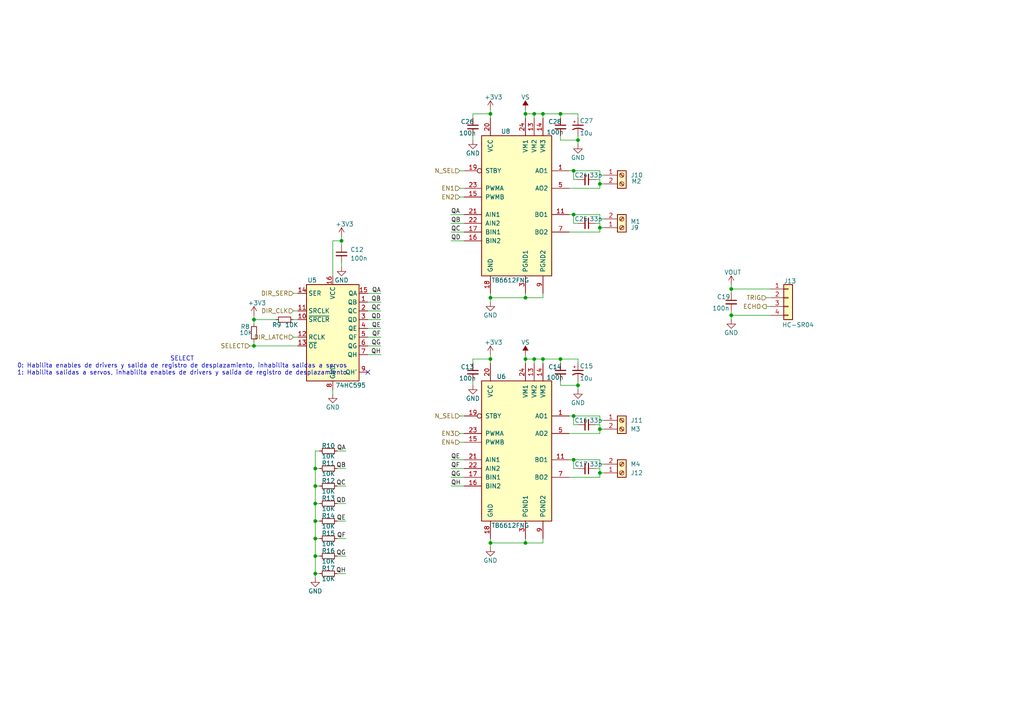
<source format=kicad_sch>
(kicad_sch (version 20231120) (generator "eeschema") (generator_version "8.0")
  (paper "A4")
  (title_block (title "Archi Bot") (date "2024-06-24") (rev "1.0"))
  (lib_symbols
    (symbol "74xx:74HC595"
      (property "Reference" "U" (at -7.62 13.97 0))
      (property "Value" "74HC595" (at -7.62 -16.51 0))
      (symbol "74HC595_1_0"
        (pin tri_state line (at 10.16 7.62 180) (length 2.54) (name "QB") (number "1"))
        (pin input line (at -10.16 2.54 0) (length 2.54) (name "~{SRCLR}") (number "10"))
        (pin input line (at -10.16 5.08 0) (length 2.54) (name "SRCLK") (number "11"))
        (pin input line (at -10.16 -2.54 0) (length 2.54) (name "RCLK") (number "12"))
        (pin input line (at -10.16 -5.08 0) (length 2.54) (name "~{OE}") (number "13"))
        (pin input line (at -10.16 10.16 0) (length 2.54) (name "SER") (number "14"))
        (pin tri_state line (at 10.16 10.16 180) (length 2.54) (name "QA") (number "15"))
        (pin power_in line (at 0 15.24 270) (length 2.54) (name "VCC") (number "16"))
        (pin tri_state line (at 10.16 5.08 180) (length 2.54) (name "QC") (number "2"))
        (pin tri_state line (at 10.16 2.54 180) (length 2.54) (name "QD") (number "3"))
        (pin tri_state line (at 10.16 0 180) (length 2.54) (name "QE") (number "4"))
        (pin tri_state line (at 10.16 -2.54 180) (length 2.54) (name "QF") (number "5"))
        (pin tri_state line (at 10.16 -5.08 180) (length 2.54) (name "QG") (number "6"))
        (pin tri_state line (at 10.16 -7.62 180) (length 2.54) (name "QH") (number "7"))
        (pin power_in line (at 0 -17.78 90) (length 2.54) (name "GND") (number "8"))
        (pin output line (at 10.16 -12.7 180) (length 2.54) (name "QH'") (number "9"))
      )
      (symbol "74HC595_1_1"
        (rectangle (start -7.62 12.7) (end 7.62 -15.24) (stroke (width 0.254)) (fill (type background)))
      )
    )
    (symbol "Connector:Screw_Terminal_01x02" (pin_names (offset 1.016) hide)
      (property "Reference" "J" (at 0 2.54 0))
      (property "Value" "Screw_Terminal_01x02" (at 0 -5.08 0))
      (symbol "Screw_Terminal_01x02_1_1"
        (rectangle (start -1.27 1.27) (end 1.27 -3.81) (stroke (width 0.254)) (fill (type background)))
        (circle (center 0 -2.54) (radius 0.635) (stroke (width 0.1524)))
        (polyline (pts (xy -0.5334 -2.2098) (xy 0.3302 -3.048)) (stroke (width 0.1524)))
        (polyline (pts (xy -0.5334 0.3302) (xy 0.3302 -0.508)) (stroke (width 0.1524)))
        (polyline (pts (xy -0.3556 -2.032) (xy 0.508 -2.8702)) (stroke (width 0.1524)))
        (polyline (pts (xy -0.3556 0.508) (xy 0.508 -0.3302)) (stroke (width 0.1524)))
        (circle (center 0 0) (radius 0.635) (stroke (width 0.1524)))
        (pin passive line (at -5.08 0 0) (length 3.81) (name "Pin_1") (number "1"))
        (pin passive line (at -5.08 -2.54 0) (length 3.81) (name "Pin_2") (number "2"))
      )
    )
    (symbol "Connector_Generic:Conn_01x04" (pin_names (offset 1.016) hide)
      (property "Reference" "J" (at 0 5.08 0))
      (property "Value" "Conn_01x04" (at 0 -7.62 0))
      (symbol "Conn_01x04_1_1"
        (rectangle (start -1.27 -4.953) (end 0 -5.207) (stroke (width 0.1524)))
        (rectangle (start -1.27 -2.413) (end 0 -2.667) (stroke (width 0.1524)))
        (rectangle (start -1.27 0.127) (end 0 -0.127) (stroke (width 0.1524)))
        (rectangle (start -1.27 2.667) (end 0 2.413) (stroke (width 0.1524)))
        (rectangle (start -1.27 3.81) (end 1.27 -6.35) (stroke (width 0.254)) (fill (type background)))
        (pin passive line (at -5.08 2.54 0) (length 3.81) (name "Pin_1") (number "1"))
        (pin passive line (at -5.08 0 0) (length 3.81) (name "Pin_2") (number "2"))
        (pin passive line (at -5.08 -2.54 0) (length 3.81) (name "Pin_3") (number "3"))
        (pin passive line (at -5.08 -5.08 0) (length 3.81) (name "Pin_4") (number "4"))
      )
    )
    (symbol "Device:C_Polarized_Small_US" (pin_numbers hide) (pin_names (offset 0.254) hide)
      (property "Reference" "C" (at 0.254 1.778 0))
      (property "Value" "C_Polarized_Small_US" (at 0.254 -2.032 0))
      (symbol "C_Polarized_Small_US_0_1"
        (polyline (pts (xy -1.524 0.508) (xy 1.524 0.508)) (stroke (width 0.3048)))
        (polyline (pts (xy -1.27 1.524) (xy -0.762 1.524)))
        (polyline (pts (xy -1.016 1.27) (xy -1.016 1.778)))
        (arc (start 1.524 -0.762) (mid 0 -0.3734) (end -1.524 -0.762) (stroke (width 0.3048)))
      )
      (symbol "C_Polarized_Small_US_1_1"
        (pin passive line (at 0 2.54 270) (length 2.032) (name "~") (number "1"))
        (pin passive line (at 0 -2.54 90) (length 2.032) (name "~") (number "2"))
      )
    )
    (symbol "Device:C_Small" (pin_numbers hide) (pin_names (offset 0.254) hide)
      (property "Reference" "C" (at 0.254 1.778 0))
      (property "Value" "C_Small" (at 0.254 -2.032 0))
      (symbol "C_Small_0_1"
        (polyline (pts (xy -1.524 -0.508) (xy 1.524 -0.508)) (stroke (width 0.3302)))
        (polyline (pts (xy -1.524 0.508) (xy 1.524 0.508)) (stroke (width 0.3048)))
      )
      (symbol "C_Small_1_1"
        (pin passive line (at 0 2.54 270) (length 2.032) (name "~") (number "1"))
        (pin passive line (at 0 -2.54 90) (length 2.032) (name "~") (number "2"))
      )
    )
    (symbol "Device:R_Small" (pin_numbers hide) (pin_names (offset 0.254) hide)
      (property "Reference" "R" (at 0.762 0.508 0))
      (property "Value" "R_Small" (at 0.762 -1.016 0))
      (symbol "R_Small_0_1"
        (rectangle (start -0.762 1.778) (end 0.762 -1.778) (stroke (width 0.2032)))
      )
      (symbol "R_Small_1_1"
        (pin passive line (at 0 2.54 270) (length 0.762) (name "~") (number "1"))
        (pin passive line (at 0 -2.54 90) (length 0.762) (name "~") (number "2"))
      )
    )
    (symbol "Driver_Motor:TB6612FNG" (pin_names (offset 1.016))
      (property "Reference" "U" (at 11.43 17.78 0))
      (property "Value" "TB6612FNG" (at 11.43 15.24 0))
      (symbol "TB6612FNG_0_1"
        (rectangle (start -10.16 20.32) (end 10.16 -20.32) (stroke (width 0.254)) (fill (type background)))
      )
      (symbol "TB6612FNG_1_1"
        (pin output line (at 15.24 10.16 180) (length 5.08) (name "AO1") (number "1"))
        (pin passive line (at 7.62 -25.4 90) (length 5.08) hide (name "PGND2") (number "10"))
        (pin output line (at 15.24 -2.54 180) (length 5.08) (name "BO1") (number "11"))
        (pin passive line (at 15.24 -2.54 180) (length 5.08) hide (name "BO1") (number "12"))
        (pin power_in line (at 5.08 25.4 270) (length 5.08) (name "VM2") (number "13"))
        (pin power_in line (at 7.62 25.4 270) (length 5.08) (name "VM3") (number "14"))
        (pin input line (at -15.24 2.54 0) (length 5.08) (name "PWMB") (number "15"))
        (pin input line (at -15.24 -10.16 0) (length 5.08) (name "BIN2") (number "16"))
        (pin input line (at -15.24 -7.62 0) (length 5.08) (name "BIN1") (number "17"))
        (pin power_in line (at -7.62 -25.4 90) (length 5.08) (name "GND") (number "18"))
        (pin input inverted (at -15.24 10.16 0) (length 5.08) (name "STBY") (number "19"))
        (pin passive line (at 15.24 10.16 180) (length 5.08) hide (name "AO1") (number "2"))
        (pin power_in line (at -7.62 25.4 270) (length 5.08) (name "VCC") (number "20"))
        (pin input line (at -15.24 -2.54 0) (length 5.08) (name "AIN1") (number "21"))
        (pin input line (at -15.24 -5.08 0) (length 5.08) (name "AIN2") (number "22"))
        (pin input line (at -15.24 5.08 0) (length 5.08) (name "PWMA") (number "23"))
        (pin power_in line (at 2.54 25.4 270) (length 5.08) (name "VM1") (number "24"))
        (pin power_in line (at 2.54 -25.4 90) (length 5.08) (name "PGND1") (number "3"))
        (pin passive line (at 2.54 -25.4 90) (length 5.08) hide (name "PGND1") (number "4"))
        (pin output line (at 15.24 5.08 180) (length 5.08) (name "AO2") (number "5"))
        (pin passive line (at 15.24 5.08 180) (length 5.08) hide (name "AO2") (number "6"))
        (pin output line (at 15.24 -7.62 180) (length 5.08) (name "BO2") (number "7"))
        (pin passive line (at 15.24 -7.62 180) (length 5.08) hide (name "BO2") (number "8"))
        (pin power_in line (at 7.62 -25.4 90) (length 5.08) (name "PGND2") (number "9"))
      )
    )
    (symbol "power:+3V3" (power) (pin_names (offset 0))
      (property "Value" "+3V3" (at 0 3.556 0))
      (symbol "+3V3_0_1"
        (polyline (pts (xy -0.762 1.27) (xy 0 2.54)))
        (polyline (pts (xy 0 0) (xy 0 2.54)))
        (polyline (pts (xy 0 2.54) (xy 0.762 1.27)))
      )
      (symbol "+3V3_1_1"
        (pin power_in line (at 0 0 90) (length 0) hide (name "+3V3") (number "1"))
      )
    )
    (symbol "power:GND" (power) (pin_names (offset 0))
      (property "Value" "GND" (at 0 -3.81 0))
      (symbol "GND_0_1"
        (polyline (pts (xy 0 0) (xy 0 -1.27) (xy 1.27 -1.27) (xy 0 -2.54) (xy -1.27 -1.27) (xy 0 -1.27)))
      )
      (symbol "GND_1_1"
        (pin power_in line (at 0 0 270) (length 0) hide (name "GND") (number "1"))
      )
    )
    (symbol "power:VCC" (power) (pin_names (offset 0))
      (property "Value" "VCC" (at 0 3.81 0))
      (symbol "VCC_0_1"
        (polyline (pts (xy -0.762 1.27) (xy 0 2.54)))
        (polyline (pts (xy 0 0) (xy 0 2.54)))
        (polyline (pts (xy 0 2.54) (xy 0.762 1.27)))
      )
      (symbol "VCC_1_1"
        (pin power_in line (at 0 0 90) (length 0) hide (name "VCC") (number "1"))
      )
    )
    (symbol "power:VS" (power) (pin_numbers hide) (pin_names (offset 0) hide)
      (property "Value" "VS" (at 0 3.556 0))
      (symbol "VS_0_1"
        (polyline (pts (xy 0 0) (xy 0 2.54)))
        (polyline (pts (xy 0.762 1.27) (xy -0.762 1.27) (xy 0 2.54) (xy 0.762 1.27)) (fill (type outline)))
      )
      (symbol "VS_1_1"
        (pin power_in line (at 0 0 90) (length 0) (name "~") (number "1"))
      )
    )
  )
  (junction (at 91.44 135.89))
  (junction (at 91.44 166.37))
  (junction (at 152.4 157.48))
  (junction (at 142.24 104.14))
  (junction (at 212.09 83.82))
  (junction (at 91.44 146.05))
  (junction (at 73.66 92.71))
  (junction (at 91.44 161.29))
  (junction (at 162.56 104.14))
  (junction (at 91.44 151.13))
  (junction (at 73.66 100.33))
  (junction (at 152.4 86.36))
  (junction (at 152.4 104.14))
  (junction (at 157.48 33.02))
  (junction (at 91.44 140.97))
  (junction (at 157.48 104.14))
  (junction (at 173.99 66.04))
  (junction (at 162.56 33.02))
  (junction (at 173.99 124.46))
  (junction (at 166.37 49.53))
  (junction (at 212.09 91.44))
  (junction (at 166.37 120.65))
  (junction (at 173.99 53.34))
  (junction (at 167.64 111.76))
  (junction (at 154.94 104.14))
  (junction (at 142.24 157.48))
  (junction (at 154.94 33.02))
  (junction (at 142.24 86.36))
  (junction (at 166.37 133.35))
  (junction (at 142.24 33.02))
  (junction (at 173.99 137.16))
  (junction (at 99.06 69.85))
  (junction (at 152.4 33.02))
  (junction (at 91.44 156.21))
  (junction (at 166.37 62.23))
  (junction (at 167.64 40.64))
  (no_connect (at 106.68 107.95))
  (wire (pts (xy 162.56 39.37) (xy 162.56 40.64)))
  (wire (pts (xy 91.44 161.29) (xy 91.44 166.37)))
  (wire (pts (xy 167.64 40.64) (xy 167.64 41.91)))
  (wire (pts (xy 167.64 110.49) (xy 167.64 111.76)))
  (wire (pts (xy 165.1 54.61) (xy 173.99 54.61)))
  (wire (pts (xy 130.81 140.97) (xy 134.62 140.97)))
  (wire (pts (xy 167.64 111.76) (xy 167.64 113.03)))
  (wire (pts (xy 97.79 166.37) (xy 100.33 166.37)))
  (wire (pts (xy 91.44 166.37) (xy 92.71 166.37)))
  (wire (pts (xy 167.64 123.19) (xy 166.37 123.19)))
  (wire (pts (xy 167.64 135.89) (xy 166.37 135.89)))
  (wire (pts (xy 165.1 133.35) (xy 166.37 133.35)))
  (wire (pts (xy 152.4 156.21) (xy 152.4 157.48)))
  (wire (pts (xy 162.56 40.64) (xy 167.64 40.64)))
  (wire (pts (xy 173.99 49.53) (xy 173.99 50.8)))
  (wire (pts (xy 162.56 33.02) (xy 157.48 33.02)))
  (wire (pts (xy 142.24 86.36) (xy 142.24 87.63)))
  (wire (pts (xy 167.64 33.02) (xy 162.56 33.02)))
  (wire (pts (xy 106.68 100.33) (xy 110.49 100.33)))
  (wire (pts (xy 142.24 157.48) (xy 142.24 158.75)))
  (wire (pts (xy 97.79 156.21) (xy 100.33 156.21)))
  (wire (pts (xy 137.16 39.37) (xy 137.16 40.64)))
  (wire (pts (xy 73.66 92.71) (xy 73.66 93.98)))
  (wire (pts (xy 173.99 62.23) (xy 173.99 63.5)))
  (wire (pts (xy 142.24 104.14) (xy 142.24 105.41)))
  (wire (pts (xy 130.81 62.23) (xy 134.62 62.23)))
  (wire (pts (xy 222.25 88.9) (xy 223.52 88.9)))
  (wire (pts (xy 97.79 140.97) (xy 100.33 140.97)))
  (wire (pts (xy 130.81 67.31) (xy 134.62 67.31)))
  (wire (pts (xy 91.44 140.97) (xy 92.71 140.97)))
  (wire (pts (xy 73.66 92.71) (xy 80.01 92.71)))
  (wire (pts (xy 142.24 31.75) (xy 142.24 33.02)))
  (wire (pts (xy 152.4 33.02) (xy 152.4 34.29)))
  (wire (pts (xy 166.37 135.89) (xy 166.37 133.35)))
  (wire (pts (xy 92.71 130.81) (xy 91.44 130.81)))
  (wire (pts (xy 165.1 62.23) (xy 166.37 62.23)))
  (wire (pts (xy 165.1 49.53) (xy 166.37 49.53)))
  (wire (pts (xy 130.81 69.85) (xy 134.62 69.85)))
  (wire (pts (xy 106.68 102.87) (xy 110.49 102.87)))
  (wire (pts (xy 152.4 157.48) (xy 142.24 157.48)))
  (wire (pts (xy 91.44 146.05) (xy 92.71 146.05)))
  (wire (pts (xy 91.44 151.13) (xy 91.44 156.21)))
  (wire (pts (xy 96.52 69.85) (xy 99.06 69.85)))
  (wire (pts (xy 173.99 63.5) (xy 175.26 63.5)))
  (wire (pts (xy 212.09 91.44) (xy 212.09 92.71)))
  (wire (pts (xy 91.44 140.97) (xy 91.44 146.05)))
  (wire (pts (xy 165.1 67.31) (xy 173.99 67.31)))
  (wire (pts (xy 91.44 161.29) (xy 92.71 161.29)))
  (wire (pts (xy 97.79 161.29) (xy 100.33 161.29)))
  (wire (pts (xy 173.99 52.07) (xy 173.99 53.34)))
  (wire (pts (xy 157.48 156.21) (xy 157.48 157.48)))
  (wire (pts (xy 91.44 130.81) (xy 91.44 135.89)))
  (wire (pts (xy 165.1 125.73) (xy 173.99 125.73)))
  (wire (pts (xy 106.68 95.25) (xy 110.49 95.25)))
  (wire (pts (xy 172.72 64.77) (xy 173.99 64.77)))
  (wire (pts (xy 154.94 104.14) (xy 154.94 105.41)))
  (wire (pts (xy 133.35 54.61) (xy 134.62 54.61)))
  (wire (pts (xy 167.64 39.37) (xy 167.64 40.64)))
  (wire (pts (xy 106.68 87.63) (xy 110.49 87.63)))
  (wire (pts (xy 162.56 111.76) (xy 167.64 111.76)))
  (wire (pts (xy 97.79 151.13) (xy 100.33 151.13)))
  (wire (pts (xy 165.1 120.65) (xy 166.37 120.65)))
  (wire (pts (xy 173.99 50.8) (xy 175.26 50.8)))
  (wire (pts (xy 152.4 31.75) (xy 152.4 33.02)))
  (wire (pts (xy 91.44 135.89) (xy 91.44 140.97)))
  (wire (pts (xy 212.09 91.44) (xy 223.52 91.44)))
  (wire (pts (xy 166.37 62.23) (xy 173.99 62.23)))
  (wire (pts (xy 167.64 104.14) (xy 162.56 104.14)))
  (wire (pts (xy 91.44 135.89) (xy 92.71 135.89)))
  (wire (pts (xy 96.52 113.03) (xy 96.52 114.3)))
  (wire (pts (xy 142.24 102.87) (xy 142.24 104.14)))
  (wire (pts (xy 166.37 64.77) (xy 166.37 62.23)))
  (wire (pts (xy 157.48 157.48) (xy 152.4 157.48)))
  (wire (pts (xy 173.99 121.92) (xy 175.26 121.92)))
  (wire (pts (xy 173.99 120.65) (xy 173.99 121.92)))
  (wire (pts (xy 137.16 110.49) (xy 137.16 111.76)))
  (wire (pts (xy 133.35 57.15) (xy 134.62 57.15)))
  (wire (pts (xy 173.99 124.46) (xy 175.26 124.46)))
  (wire (pts (xy 142.24 33.02) (xy 142.24 34.29)))
  (wire (pts (xy 157.48 85.09) (xy 157.48 86.36)))
  (wire (pts (xy 212.09 83.82) (xy 212.09 85.09)))
  (wire (pts (xy 85.09 90.17) (xy 86.36 90.17)))
  (wire (pts (xy 166.37 133.35) (xy 173.99 133.35)))
  (wire (pts (xy 133.35 49.53) (xy 134.62 49.53)))
  (wire (pts (xy 166.37 120.65) (xy 173.99 120.65)))
  (wire (pts (xy 173.99 123.19) (xy 173.99 124.46)))
  (wire (pts (xy 157.48 33.02) (xy 157.48 34.29)))
  (wire (pts (xy 173.99 133.35) (xy 173.99 134.62)))
  (wire (pts (xy 133.35 120.65) (xy 134.62 120.65)))
  (wire (pts (xy 85.09 97.79) (xy 86.36 97.79)))
  (wire (pts (xy 137.16 104.14) (xy 142.24 104.14)))
  (wire (pts (xy 162.56 104.14) (xy 162.56 105.41)))
  (wire (pts (xy 173.99 64.77) (xy 173.99 66.04)))
  (wire (pts (xy 166.37 49.53) (xy 173.99 49.53)))
  (wire (pts (xy 91.44 146.05) (xy 91.44 151.13)))
  (wire (pts (xy 152.4 102.87) (xy 152.4 104.14)))
  (wire (pts (xy 173.99 66.04) (xy 175.26 66.04)))
  (wire (pts (xy 133.35 128.27) (xy 134.62 128.27)))
  (wire (pts (xy 73.66 100.33) (xy 86.36 100.33)))
  (wire (pts (xy 173.99 53.34) (xy 175.26 53.34)))
  (wire (pts (xy 167.64 52.07) (xy 166.37 52.07)))
  (wire (pts (xy 137.16 105.41) (xy 137.16 104.14)))
  (wire (pts (xy 167.64 105.41) (xy 167.64 104.14)))
  (wire (pts (xy 173.99 125.73) (xy 173.99 124.46)))
  (wire (pts (xy 130.81 138.43) (xy 134.62 138.43)))
  (wire (pts (xy 130.81 135.89) (xy 134.62 135.89)))
  (wire (pts (xy 152.4 86.36) (xy 142.24 86.36)))
  (wire (pts (xy 97.79 135.89) (xy 100.33 135.89)))
  (wire (pts (xy 152.4 104.14) (xy 152.4 105.41)))
  (wire (pts (xy 154.94 104.14) (xy 152.4 104.14)))
  (wire (pts (xy 222.25 86.36) (xy 223.52 86.36)))
  (wire (pts (xy 91.44 151.13) (xy 92.71 151.13)))
  (wire (pts (xy 91.44 156.21) (xy 91.44 161.29)))
  (wire (pts (xy 162.56 110.49) (xy 162.56 111.76)))
  (wire (pts (xy 99.06 69.85) (xy 99.06 71.12)))
  (wire (pts (xy 173.99 67.31) (xy 173.99 66.04)))
  (wire (pts (xy 97.79 130.81) (xy 100.33 130.81)))
  (wire (pts (xy 165.1 138.43) (xy 173.99 138.43)))
  (wire (pts (xy 133.35 125.73) (xy 134.62 125.73)))
  (wire (pts (xy 85.09 85.09) (xy 86.36 85.09)))
  (wire (pts (xy 142.24 156.21) (xy 142.24 157.48)))
  (wire (pts (xy 106.68 85.09) (xy 110.49 85.09)))
  (wire (pts (xy 99.06 76.2) (xy 99.06 77.47)))
  (wire (pts (xy 130.81 133.35) (xy 134.62 133.35)))
  (wire (pts (xy 172.72 52.07) (xy 173.99 52.07)))
  (wire (pts (xy 162.56 33.02) (xy 162.56 34.29)))
  (wire (pts (xy 172.72 135.89) (xy 173.99 135.89)))
  (wire (pts (xy 166.37 52.07) (xy 166.37 49.53)))
  (wire (pts (xy 154.94 33.02) (xy 152.4 33.02)))
  (wire (pts (xy 106.68 97.79) (xy 110.49 97.79)))
  (wire (pts (xy 173.99 135.89) (xy 173.99 137.16)))
  (wire (pts (xy 173.99 138.43) (xy 173.99 137.16)))
  (wire (pts (xy 167.64 34.29) (xy 167.64 33.02)))
  (wire (pts (xy 97.79 146.05) (xy 100.33 146.05)))
  (wire (pts (xy 223.52 83.82) (xy 212.09 83.82)))
  (wire (pts (xy 157.48 33.02) (xy 154.94 33.02)))
  (wire (pts (xy 73.66 99.06) (xy 73.66 100.33)))
  (wire (pts (xy 173.99 137.16) (xy 175.26 137.16)))
  (wire (pts (xy 157.48 104.14) (xy 157.48 105.41)))
  (wire (pts (xy 96.52 80.01) (xy 96.52 69.85)))
  (wire (pts (xy 91.44 156.21) (xy 92.71 156.21)))
  (wire (pts (xy 154.94 33.02) (xy 154.94 34.29)))
  (wire (pts (xy 137.16 34.29) (xy 137.16 33.02)))
  (wire (pts (xy 142.24 85.09) (xy 142.24 86.36)))
  (wire (pts (xy 72.39 100.33) (xy 73.66 100.33)))
  (wire (pts (xy 152.4 85.09) (xy 152.4 86.36)))
  (wire (pts (xy 157.48 104.14) (xy 154.94 104.14)))
  (wire (pts (xy 73.66 92.71) (xy 73.66 91.44)))
  (wire (pts (xy 212.09 83.82) (xy 212.09 82.55)))
  (wire (pts (xy 167.64 64.77) (xy 166.37 64.77)))
  (wire (pts (xy 173.99 54.61) (xy 173.99 53.34)))
  (wire (pts (xy 99.06 68.58) (xy 99.06 69.85)))
  (wire (pts (xy 106.68 92.71) (xy 110.49 92.71)))
  (wire (pts (xy 173.99 134.62) (xy 175.26 134.62)))
  (wire (pts (xy 166.37 123.19) (xy 166.37 120.65)))
  (wire (pts (xy 137.16 33.02) (xy 142.24 33.02)))
  (wire (pts (xy 91.44 166.37) (xy 91.44 167.64)))
  (wire (pts (xy 130.81 64.77) (xy 134.62 64.77)))
  (wire (pts (xy 106.68 90.17) (xy 110.49 90.17)))
  (wire (pts (xy 212.09 90.17) (xy 212.09 91.44)))
  (wire (pts (xy 157.48 86.36) (xy 152.4 86.36)))
  (wire (pts (xy 162.56 104.14) (xy 157.48 104.14)))
  (wire (pts (xy 85.09 92.71) (xy 86.36 92.71)))
  (wire (pts (xy 172.72 123.19) (xy 173.99 123.19)))
  (text "SELECT\n0: Habilita enables de drivers y salida de registro de desplazamiento, inhabilita salidas a servos\n1: Habilita salidas a servos, inhabilita enables de drivers y salida de registro de desplazamiento" (at 52.832 106.172 0) (effects (font (size 1.27 1.27))))
  (label "QE" (at 130.81 133.35 0))
  (label "QB" (at 100.33 135.89 180))
  (label "QG" (at 100.33 161.29 180))
  (label "QH" (at 110.49 102.87 180))
  (label "QG" (at 110.49 100.33 180))
  (label "QC" (at 130.81 67.31 0))
  (label "QB" (at 110.49 87.63 180))
  (label "QE" (at 110.49 95.25 180))
  (label "QD" (at 130.81 69.85 0))
  (label "QA" (at 130.81 62.23 0))
  (label "QD" (at 110.49 92.71 180))
  (label "QC" (at 110.49 90.17 180))
  (label "QB" (at 130.81 64.77 0))
  (label "QH" (at 100.33 166.37 180))
  (label "QC" (at 100.33 140.97 180))
  (label "QG" (at 130.81 138.43 0))
  (label "QA" (at 100.33 130.81 180))
  (label "QA" (at 110.49 85.09 180))
  (label "QF" (at 130.81 135.89 0))
  (label "QF" (at 100.33 156.21 180))
  (label "QF" (at 110.49 97.79 180))
  (label "QE" (at 100.33 151.13 180))
  (label "QH" (at 130.81 140.97 0))
  (label "QD" (at 100.33 146.05 180))
  (hierarchical_label "ECHO" (shape output) (at 222.25 88.9 180))
  (hierarchical_label "SELECT" (shape input) (at 72.39 100.33 180))
  (hierarchical_label "DIR_LATCH" (shape input) (at 85.09 97.79 180))
  (hierarchical_label "DIR_CLK" (shape input) (at 85.09 90.17 180))
  (hierarchical_label "EN4" (shape input) (at 133.35 128.27 180))
  (hierarchical_label "N_SEL" (shape input) (at 133.35 49.53 180))
  (hierarchical_label "EN2" (shape input) (at 133.35 57.15 180))
  (hierarchical_label "EN3" (shape input) (at 133.35 125.73 180))
  (hierarchical_label "EN1" (shape input) (at 133.35 54.61 180))
  (hierarchical_label "DIR_SER" (shape input) (at 85.09 85.09 180))
  (hierarchical_label "TRIG" (shape input) (at 222.25 86.36 180))
  (hierarchical_label "N_SEL" (shape input) (at 133.35 120.65 180))
  (symbol (lib_id "Device:R_Small") (at 95.25 151.13 90) (unit 1)
    (property "Reference" "R14" (at 95.25 149.606 90))
    (property "Value" "10K" (at 95.25 152.654 90))
    (property "Footprint" "Resistor_SMD:R_0603_1608Metric_Pad0.98x0.95mm_HandSolder" (effects (hide yes)))
    (property "Datasheet" "https://www.yageo.com/upload/media/product/products/datasheet/rchip/PYu-RC_Group_51_RoHS_L_12.pdf" (effects (hide yes)))
    (property "Description" "Resistor, small symbol" (effects (hide yes)))
    (property "PartNumber" "RC0603FR-0710KL" (effects (hide yes)))
    (property "PurchaseLink" "https://www.digikey.com/en/products/detail/yageo/RC0603FR-0710KL/726880" (effects (hide yes)))
  )
  (symbol (lib_id "power:VS") (at 152.4 102.87 0) (unit 1)
    (property "Reference" "#PWR035" (effects (hide yes)))
    (property "Value" "VS" (at 152.4 99.314 0))
    (property "Description" "Power symbol creates a global label with name \"VS\"" (effects (hide yes)))
  )
  (symbol (lib_id "power:GND") (at 91.44 167.64 0) (unit 1)
    (property "Reference" "#PWR029" (effects (hide yes)))
    (property "Value" "GND" (at 91.44 171.45 0))
  )
  (symbol (lib_id "Device:C_Small") (at 162.56 107.95 0) (unit 1)
    (property "Reference" "C14" (at 159.004 106.426 0) (effects (justify left)))
    (property "Value" "100n" (at 158.496 109.474 0) (effects (justify left)))
    (property "Footprint" "Capacitor_SMD:C_0603_1608Metric_Pad1.08x0.95mm_HandSolder" (effects (hide yes)))
    (property "Datasheet" "https://mm.digikey.com/Volume0/opasdata/d220001/medias/docus/609/CL10B104KB8NNNC_Spec.pdf" (effects (hide yes)))
    (property "Description" "Unpolarized capacitor, small symbol" (effects (hide yes)))
    (property "PartNumber" "CL10B104KB8NNNC" (effects (hide yes)))
    (property "PurchaseLink" "https://www.digikey.com/short/0f3djmh4" (effects (hide yes)))
  )
  (symbol (lib_id "Device:R_Small") (at 95.25 156.21 90) (unit 1)
    (property "Reference" "R15" (at 95.25 154.686 90))
    (property "Value" "10K" (at 95.25 157.734 90))
    (property "Footprint" "Resistor_SMD:R_0603_1608Metric_Pad0.98x0.95mm_HandSolder" (effects (hide yes)))
    (property "Datasheet" "https://www.yageo.com/upload/media/product/products/datasheet/rchip/PYu-RC_Group_51_RoHS_L_12.pdf" (effects (hide yes)))
    (property "Description" "Resistor, small symbol" (effects (hide yes)))
    (property "PartNumber" "RC0603FR-0710KL" (effects (hide yes)))
    (property "PurchaseLink" "https://www.digikey.com/en/products/detail/yageo/RC0603FR-0710KL/726880" (effects (hide yes)))
  )
  (symbol (lib_id "Connector:Screw_Terminal_01x02") (at 180.34 121.92 0) (unit 1)
    (property "Reference" "J11" (at 182.88 121.9199 0) (effects (justify left)))
    (property "Value" "M3" (at 182.88 124.4599 0) (effects (justify left)))
    (property "Footprint" "TerminalBlock_RND:TerminalBlock_RND_205-00287_1x02_P5.08mm_Horizontal" (effects (hide yes)))
    (property "Description" "Generic screw terminal, single row, 01x02, script generated (kicad-library-utils/schlib/autogen/connector/)" (effects (hide yes)))
  )
  (symbol (lib_id "power:VS") (at 152.4 31.75 0) (unit 1)
    (property "Reference" "#PWR049" (effects (hide yes)))
    (property "Value" "VS" (at 152.4 28.194 0))
    (property "Description" "Power symbol creates a global label with name \"VS\"" (effects (hide yes)))
  )
  (symbol (lib_id "power:GND") (at 96.52 114.3 0) (unit 1)
    (property "Reference" "#PWR030" (effects (hide yes)))
    (property "Value" "GND" (at 96.52 118.11 0))
  )
  (symbol (lib_id "Device:R_Small") (at 95.25 130.81 90) (unit 1)
    (property "Reference" "R10" (at 95.25 129.286 90))
    (property "Value" "10K" (at 95.25 132.334 90))
    (property "Footprint" "Resistor_SMD:R_0603_1608Metric_Pad0.98x0.95mm_HandSolder" (effects (hide yes)))
    (property "Datasheet" "https://www.yageo.com/upload/media/product/products/datasheet/rchip/PYu-RC_Group_51_RoHS_L_12.pdf" (effects (hide yes)))
    (property "Description" "Resistor, small symbol" (effects (hide yes)))
    (property "PartNumber" "RC0603FR-0710KL" (effects (hide yes)))
    (property "PurchaseLink" "https://www.digikey.com/en/products/detail/yageo/RC0603FR-0710KL/726880" (effects (hide yes)))
  )
  (symbol (lib_id "Driver_Motor:TB6612FNG") (at 149.86 59.69 0) (unit 1)
    (property "Reference" "U8" (at 145.288 38.1 0) (effects (justify left)))
    (property "Value" "TB6612FNG" (at 142.494 81.28 0) (effects (justify left)))
    (property "Footprint" "Package_SO:SSOP-24_5.3x8.2mm_P0.65mm" (effects (hide yes)))
    (property "Datasheet" "https://toshiba.semicon-storage.com/info/TB6612FNG_datasheet_en_20141001.pdf?did=10660&prodName=TB6612FNG" (effects (hide yes)))
    (property "Description" "Driver IC for Dual DC motor, SSOP-24" (effects (hide yes)))
    (property "PartNumber" "TB6612FNG,C,8,EL" (effects (hide yes)))
    (property "PurchaseLink" "https://www.digikey.com/en/products/detail/toshiba-semiconductor-and-storage/TB6612FNG-C-8-EL/1730070" (effects (hide yes)))
  )
  (symbol (lib_id "Device:C_Small") (at 170.18 135.89 270) (unit 1)
    (property "Reference" "C17" (at 166.624 134.62 90) (effects (justify left)))
    (property "Value" "33p" (at 170.942 134.62 90) (effects (justify left)))
    (property "Footprint" "Capacitor_SMD:C_0402_1005Metric_Pad0.74x0.62mm_HandSolder" (effects (hide yes)))
    (property "Datasheet" "https://search.murata.co.jp/Ceramy/image/img/A01X/G101/ENG/GRM1555C1H330JA01-01.pdf" (effects (hide yes)))
    (property "Description" "Unpolarized capacitor, small symbol" (effects (hide yes)))
    (property "PartNumber" "GRM1555C1H330JA01D" (effects (hide yes)))
    (property "PurchaseLink" "https://www.digikey.com/en/products/detail/murata-electronics/GRM1555C1H330JA01D/3693846" (effects (hide yes)))
  )
  (symbol (lib_id "Device:C_Small") (at 170.18 123.19 270) (unit 1)
    (property "Reference" "C16" (at 166.624 121.92 90) (effects (justify left)))
    (property "Value" "33p" (at 170.942 121.92 90) (effects (justify left)))
    (property "Footprint" "Capacitor_SMD:C_0402_1005Metric_Pad0.74x0.62mm_HandSolder" (effects (hide yes)))
    (property "Datasheet" "https://search.murata.co.jp/Ceramy/image/img/A01X/G101/ENG/GRM1555C1H330JA01-01.pdf" (effects (hide yes)))
    (property "Description" "Unpolarized capacitor, small symbol" (effects (hide yes)))
    (property "PartNumber" "GRM1555C1H330JA01D" (effects (hide yes)))
    (property "PurchaseLink" "https://www.digikey.com/en/products/detail/murata-electronics/GRM1555C1H330JA01D/3693846" (effects (hide yes)))
  )
  (symbol (lib_id "Device:R_Small") (at 95.25 161.29 90) (unit 1)
    (property "Reference" "R16" (at 95.25 159.766 90))
    (property "Value" "10K" (at 95.25 162.814 90))
    (property "Footprint" "Resistor_SMD:R_0603_1608Metric_Pad0.98x0.95mm_HandSolder" (effects (hide yes)))
    (property "Datasheet" "https://www.yageo.com/upload/media/product/products/datasheet/rchip/PYu-RC_Group_51_RoHS_L_12.pdf" (effects (hide yes)))
    (property "Description" "Resistor, small symbol" (effects (hide yes)))
    (property "PartNumber" "RC0603FR-0710KL" (effects (hide yes)))
    (property "PurchaseLink" "https://www.digikey.com/en/products/detail/yageo/RC0603FR-0710KL/726880" (effects (hide yes)))
  )
  (symbol (lib_id "Device:C_Small") (at 212.09 87.63 0) (mirror y) (unit 1)
    (property "Reference" "C19" (at 211.836 86.106 0) (effects (justify left)))
    (property "Value" "100n" (at 211.582 89.408 0) (effects (justify left)))
    (property "Footprint" "Capacitor_SMD:C_0603_1608Metric_Pad1.08x0.95mm_HandSolder" (effects (hide yes)))
    (property "Datasheet" "https://mm.digikey.com/Volume0/opasdata/d220001/medias/docus/609/CL10B104KB8NNNC_Spec.pdf" (effects (hide yes)))
    (property "Description" "Unpolarized capacitor, small symbol" (effects (hide yes)))
    (property "PartNumber" "CL10B104KB8NNNC" (effects (hide yes)))
    (property "PurchaseLink" "https://www.digikey.com/short/0f3djmh4" (effects (hide yes)))
  )
  (symbol (lib_id "power:GND") (at 212.09 92.71 0) (unit 1)
    (property "Reference" "#PWR066" (effects (hide yes)))
    (property "Value" "GND" (at 212.09 96.52 0))
  )
  (symbol (lib_id "power:+3V3") (at 73.66 91.44 0) (unit 1)
    (property "Reference" "#PWR037" (effects (hide yes)))
    (property "Value" "+3V3" (at 71.882 87.884 0) (effects (justify left)))
  )
  (symbol (lib_id "power:GND") (at 167.64 41.91 0) (unit 1)
    (property "Reference" "#PWR050" (effects (hide yes)))
    (property "Value" "GND" (at 167.64 45.72 0))
  )
  (symbol (lib_id "Connector_Generic:Conn_01x04") (at 228.6 86.36 0) (unit 1)
    (property "Reference" "J13" (at 227.33 81.534 0) (effects (justify left)))
    (property "Value" "HC-SR04" (at 226.822 94.234 0) (effects (justify left)))
    (property "Footprint" "Connector_PinHeader_2.54mm:PinHeader_1x04_P2.54mm_Vertical" (effects (hide yes)))
    (property "Description" "Generic connector, single row, 01x04, script generated (kicad-library-utils/schlib/autogen/connector/)" (effects (hide yes)))
  )
  (symbol (lib_id "power:GND") (at 137.16 40.64 0) (unit 1)
    (property "Reference" "#PWR048" (effects (hide yes)))
    (property "Value" "GND" (at 137.16 44.45 0))
  )
  (symbol (lib_id "Device:C_Small") (at 99.06 73.66 0) (unit 1)
    (property "Reference" "C12" (at 101.6 72.3962 0) (effects (justify left)))
    (property "Value" "100n" (at 101.6 74.9362 0) (effects (justify left)))
    (property "Footprint" "Capacitor_SMD:C_0603_1608Metric_Pad1.08x0.95mm_HandSolder" (effects (hide yes)))
    (property "Datasheet" "https://mm.digikey.com/Volume0/opasdata/d220001/medias/docus/609/CL10B104KB8NNNC_Spec.pdf" (effects (hide yes)))
    (property "Description" "Unpolarized capacitor, small symbol" (effects (hide yes)))
    (property "PartNumber" "CL10B104KB8NNNC" (effects (hide yes)))
    (property "PurchaseLink" "https://www.digikey.com/short/0f3djmh4" (effects (hide yes)))
  )
  (symbol (lib_id "Device:C_Small") (at 170.18 64.77 270) (unit 1)
    (property "Reference" "C25" (at 166.624 63.5 90) (effects (justify left)))
    (property "Value" "33p" (at 170.942 63.5 90) (effects (justify left)))
    (property "Footprint" "Capacitor_SMD:C_0402_1005Metric_Pad0.74x0.62mm_HandSolder" (effects (hide yes)))
    (property "Datasheet" "https://search.murata.co.jp/Ceramy/image/img/A01X/G101/ENG/GRM1555C1H330JA01-01.pdf" (effects (hide yes)))
    (property "Description" "Unpolarized capacitor, small symbol" (effects (hide yes)))
    (property "PartNumber" "GRM1555C1H330JA01D" (effects (hide yes)))
    (property "PurchaseLink" "https://www.digikey.com/en/products/detail/murata-electronics/GRM1555C1H330JA01D/3693846" (effects (hide yes)))
  )
  (symbol (lib_id "power:GND") (at 142.24 158.75 0) (unit 1)
    (property "Reference" "#PWR034" (effects (hide yes)))
    (property "Value" "GND" (at 142.24 162.56 0))
  )
  (symbol (lib_id "Device:R_Small") (at 82.55 92.71 90) (unit 1)
    (property "Reference" "R9" (at 80.264 94.234 90))
    (property "Value" "10K" (at 84.582 94.234 90))
    (property "Footprint" "Resistor_SMD:R_0603_1608Metric_Pad0.98x0.95mm_HandSolder" (effects (hide yes)))
    (property "Datasheet" "https://www.yageo.com/upload/media/product/products/datasheet/rchip/PYu-RC_Group_51_RoHS_L_12.pdf" (effects (hide yes)))
    (property "Description" "Resistor, small symbol" (effects (hide yes)))
    (property "PartNumber" "RC0603FR-0710KL" (effects (hide yes)))
    (property "PurchaseLink" "https://www.digikey.com/en/products/detail/yageo/RC0603FR-0710KL/726880" (effects (hide yes)))
  )
  (symbol (lib_id "power:+3V3") (at 99.06 68.58 0) (unit 1)
    (property "Reference" "#PWR026" (effects (hide yes)))
    (property "Value" "+3V3" (at 97.282 65.024 0) (effects (justify left)))
  )
  (symbol (lib_id "Device:R_Small") (at 95.25 146.05 90) (unit 1)
    (property "Reference" "R13" (at 95.25 144.526 90))
    (property "Value" "10K" (at 95.25 147.574 90))
    (property "Footprint" "Resistor_SMD:R_0603_1608Metric_Pad0.98x0.95mm_HandSolder" (effects (hide yes)))
    (property "Datasheet" "https://www.yageo.com/upload/media/product/products/datasheet/rchip/PYu-RC_Group_51_RoHS_L_12.pdf" (effects (hide yes)))
    (property "Description" "Resistor, small symbol" (effects (hide yes)))
    (property "PartNumber" "RC0603FR-0710KL" (effects (hide yes)))
    (property "PurchaseLink" "https://www.digikey.com/en/products/detail/yageo/RC0603FR-0710KL/726880" (effects (hide yes)))
  )
  (symbol (lib_id "Device:R_Small") (at 95.25 140.97 90) (unit 1)
    (property "Reference" "R12" (at 95.25 139.446 90))
    (property "Value" "10K" (at 95.25 142.494 90))
    (property "Footprint" "Resistor_SMD:R_0603_1608Metric_Pad0.98x0.95mm_HandSolder" (effects (hide yes)))
    (property "Datasheet" "https://www.yageo.com/upload/media/product/products/datasheet/rchip/PYu-RC_Group_51_RoHS_L_12.pdf" (effects (hide yes)))
    (property "Description" "Resistor, small symbol" (effects (hide yes)))
    (property "PartNumber" "RC0603FR-0710KL" (effects (hide yes)))
    (property "PurchaseLink" "https://www.digikey.com/en/products/detail/yageo/RC0603FR-0710KL/726880" (effects (hide yes)))
  )
  (symbol (lib_id "Device:R_Small") (at 95.25 166.37 90) (unit 1)
    (property "Reference" "R17" (at 95.25 164.846 90))
    (property "Value" "10K" (at 95.25 167.894 90))
    (property "Footprint" "Resistor_SMD:R_0603_1608Metric_Pad0.98x0.95mm_HandSolder" (effects (hide yes)))
    (property "Datasheet" "https://www.yageo.com/upload/media/product/products/datasheet/rchip/PYu-RC_Group_51_RoHS_L_12.pdf" (effects (hide yes)))
    (property "Description" "Resistor, small symbol" (effects (hide yes)))
    (property "PartNumber" "RC0603FR-0710KL" (effects (hide yes)))
    (property "PurchaseLink" "https://www.digikey.com/en/products/detail/yageo/RC0603FR-0710KL/726880" (effects (hide yes)))
  )
  (symbol (lib_id "Device:C_Small") (at 162.56 36.83 0) (unit 1)
    (property "Reference" "C28" (at 159.004 35.306 0) (effects (justify left)))
    (property "Value" "100n" (at 158.496 38.354 0) (effects (justify left)))
    (property "Footprint" "Capacitor_SMD:C_0603_1608Metric_Pad1.08x0.95mm_HandSolder" (effects (hide yes)))
    (property "Datasheet" "https://mm.digikey.com/Volume0/opasdata/d220001/medias/docus/609/CL10B104KB8NNNC_Spec.pdf" (effects (hide yes)))
    (property "Description" "Unpolarized capacitor, small symbol" (effects (hide yes)))
    (property "PartNumber" "CL10B104KB8NNNC" (effects (hide yes)))
    (property "PurchaseLink" "https://www.digikey.com/short/0f3djmh4" (effects (hide yes)))
  )
  (symbol (lib_id "Device:C_Small") (at 170.18 52.07 270) (unit 1)
    (property "Reference" "C24" (at 166.624 50.8 90) (effects (justify left)))
    (property "Value" "33p" (at 170.942 50.8 90) (effects (justify left)))
    (property "Footprint" "Capacitor_SMD:C_0402_1005Metric_Pad0.74x0.62mm_HandSolder" (effects (hide yes)))
    (property "Datasheet" "https://search.murata.co.jp/Ceramy/image/img/A01X/G101/ENG/GRM1555C1H330JA01-01.pdf" (effects (hide yes)))
    (property "Description" "Unpolarized capacitor, small symbol" (effects (hide yes)))
    (property "PartNumber" "GRM1555C1H330JA01D" (effects (hide yes)))
    (property "PurchaseLink" "https://www.digikey.com/en/products/detail/murata-electronics/GRM1555C1H330JA01D/3693846" (effects (hide yes)))
  )
  (symbol (lib_id "Device:C_Polarized_Small_US") (at 167.64 107.95 0) (unit 1)
    (property "Reference" "C15" (at 168.148 106.172 0) (effects (justify left)))
    (property "Value" "10u" (at 168.148 109.728 0) (effects (justify left)))
    (property "Footprint" "Capacitor_SMD:CP_Elec_6.3x5.9" (effects (hide yes)))
    (property "Datasheet" "https://www.we-online.com/components/products/datasheet/875105544001.pdf" (effects (hide yes)))
    (property "Description" "Polarized capacitor, small US symbol" (effects (hide yes)))
    (property "PartNumber" "875105544001" (effects (hide yes)))
    (property "PurchaseLink" "https://www.digikey.com/en/products/detail/w%C3%BCrth-elektronik/875105544001/5147598" (effects (hide yes)))
  )
  (symbol (lib_id "power:GND") (at 137.16 111.76 0) (unit 1)
    (property "Reference" "#PWR031" (effects (hide yes)))
    (property "Value" "GND" (at 137.16 115.57 0))
  )
  (symbol (lib_id "power:+3V3") (at 142.24 31.75 0) (unit 1)
    (property "Reference" "#PWR047" (effects (hide yes)))
    (property "Value" "+3V3" (at 140.462 28.194 0) (effects (justify left)))
  )
  (symbol (lib_id "Device:C_Small") (at 137.16 107.95 0) (unit 1)
    (property "Reference" "C13" (at 133.604 106.426 0) (effects (justify left)))
    (property "Value" "100n" (at 133.096 109.728 0) (effects (justify left)))
    (property "Footprint" "Capacitor_SMD:C_0603_1608Metric_Pad1.08x0.95mm_HandSolder" (effects (hide yes)))
    (property "Datasheet" "https://mm.digikey.com/Volume0/opasdata/d220001/medias/docus/609/CL10B104KB8NNNC_Spec.pdf" (effects (hide yes)))
    (property "Description" "Unpolarized capacitor, small symbol" (effects (hide yes)))
    (property "PartNumber" "CL10B104KB8NNNC" (effects (hide yes)))
    (property "PurchaseLink" "https://www.digikey.com/short/0f3djmh4" (effects (hide yes)))
  )
  (symbol (lib_id "power:GND") (at 167.64 113.03 0) (unit 1)
    (property "Reference" "#PWR036" (effects (hide yes)))
    (property "Value" "GND" (at 167.64 116.84 0))
  )
  (symbol (lib_id "power:+3V3") (at 142.24 102.87 0) (unit 1)
    (property "Reference" "#PWR033" (effects (hide yes)))
    (property "Value" "+3V3" (at 140.462 99.314 0) (effects (justify left)))
  )
  (symbol (lib_id "Connector:Screw_Terminal_01x02") (at 180.34 66.04 0) (mirror x) (unit 1)
    (property "Reference" "J9" (at 182.88 66.0401 0) (effects (justify left)))
    (property "Value" "M1" (at 182.88 64.262 0) (effects (justify left)))
    (property "Footprint" "TerminalBlock_RND:TerminalBlock_RND_205-00287_1x02_P5.08mm_Horizontal" (effects (hide yes)))
    (property "Description" "Generic screw terminal, single row, 01x02, script generated (kicad-library-utils/schlib/autogen/connector/)" (effects (hide yes)))
  )
  (symbol (lib_id "Device:C_Small") (at 137.16 36.83 0) (unit 1)
    (property "Reference" "C26" (at 133.604 35.306 0) (effects (justify left)))
    (property "Value" "100n" (at 133.096 38.608 0) (effects (justify left)))
    (property "Footprint" "Capacitor_SMD:C_0603_1608Metric_Pad1.08x0.95mm_HandSolder" (effects (hide yes)))
    (property "Datasheet" "https://mm.digikey.com/Volume0/opasdata/d220001/medias/docus/609/CL10B104KB8NNNC_Spec.pdf" (effects (hide yes)))
    (property "Description" "Unpolarized capacitor, small symbol" (effects (hide yes)))
    (property "PartNumber" "CL10B104KB8NNNC" (effects (hide yes)))
    (property "PurchaseLink" "https://www.digikey.com/short/0f3djmh4" (effects (hide yes)))
  )
  (symbol (lib_id "Connector:Screw_Terminal_01x02") (at 180.34 137.16 0) (mirror x) (unit 1)
    (property "Reference" "J12" (at 182.88 137.1601 0) (effects (justify left)))
    (property "Value" "M4" (at 182.88 134.6201 0) (effects (justify left)))
    (property "Footprint" "TerminalBlock_RND:TerminalBlock_RND_205-00287_1x02_P5.08mm_Horizontal" (effects (hide yes)))
    (property "Description" "Generic screw terminal, single row, 01x02, script generated (kicad-library-utils/schlib/autogen/connector/)" (effects (hide yes)))
  )
  (symbol (lib_id "power:GND") (at 142.24 87.63 0) (unit 1)
    (property "Reference" "#PWR046" (effects (hide yes)))
    (property "Value" "GND" (at 142.24 91.44 0))
  )
  (symbol (lib_id "Device:C_Polarized_Small_US") (at 167.64 36.83 0) (unit 1)
    (property "Reference" "C27" (at 168.148 35.052 0) (effects (justify left)))
    (property "Value" "10u" (at 168.148 38.608 0) (effects (justify left)))
    (property "Footprint" "Capacitor_SMD:CP_Elec_6.3x5.9" (effects (hide yes)))
    (property "Datasheet" "https://www.we-online.com/components/products/datasheet/875105544001.pdf" (effects (hide yes)))
    (property "Description" "Polarized capacitor, small US symbol" (effects (hide yes)))
    (property "PartNumber" "875105544001" (effects (hide yes)))
    (property "PurchaseLink" "https://www.digikey.com/en/products/detail/w%C3%BCrth-elektronik/875105544001/5147598" (effects (hide yes)))
  )
  (symbol (lib_id "Driver_Motor:TB6612FNG") (at 149.86 130.81 0) (unit 1)
    (property "Reference" "U6" (at 144.018 109.22 0) (effects (justify left)))
    (property "Value" "TB6612FNG" (at 142.494 152.4 0) (effects (justify left)))
    (property "Footprint" "Package_SO:SSOP-24_5.3x8.2mm_P0.65mm" (effects (hide yes)))
    (property "Datasheet" "https://toshiba.semicon-storage.com/info/TB6612FNG_datasheet_en_20141001.pdf?did=10660&prodName=TB6612FNG" (effects (hide yes)))
    (property "Description" "Driver IC for Dual DC motor, SSOP-24" (effects (hide yes)))
    (property "PartNumber" "TB6612FNG,C,8,EL" (effects (hide yes)))
    (property "PurchaseLink" "https://www.digikey.com/en/products/detail/toshiba-semiconductor-and-storage/TB6612FNG-C-8-EL/1730070" (effects (hide yes)))
  )
  (symbol (lib_id "power:VCC") (at 212.09 82.55 0) (unit 1)
    (property "Reference" "#PWR042" (effects (hide yes)))
    (property "Value" "VOUT" (at 210.058 78.994 0) (effects (justify left)))
  )
  (symbol (lib_id "74xx:74HC595") (at 96.52 95.25 0) (unit 1)
    (property "Reference" "U5" (at 89.154 81.28 0) (effects (justify left)))
    (property "Value" "74HC595" (at 97.282 111.76 0) (effects (justify left)))
    (property "Footprint" "Package_SO:TSSOP-16_4.4x5mm_P0.65mm" (effects (hide yes)))
    (property "Datasheet" "https://assets.nexperia.com/documents/data-sheet/74HC_HCT595_Q100.pdf" (effects (hide yes)))
    (property "Description" "8-bit serial in/out Shift Register 3-State Outputs" (effects (hide yes)))
    (property "PartNumber" "74HC595PW-Q100,118" (effects (hide yes)))
    (property "PurchaseLink" "https://www.digikey.com/en/products/detail/nexperia-usa-inc/74HC595PW-Q100-118/3678914" (effects (hide yes)))
  )
  (symbol (lib_id "Device:R_Small") (at 95.25 135.89 90) (unit 1)
    (property "Reference" "R11" (at 95.25 134.366 90))
    (property "Value" "10K" (at 95.25 137.414 90))
    (property "Footprint" "Resistor_SMD:R_0603_1608Metric_Pad0.98x0.95mm_HandSolder" (effects (hide yes)))
    (property "Datasheet" "https://www.yageo.com/upload/media/product/products/datasheet/rchip/PYu-RC_Group_51_RoHS_L_12.pdf" (effects (hide yes)))
    (property "Description" "Resistor, small symbol" (effects (hide yes)))
    (property "PartNumber" "RC0603FR-0710KL" (effects (hide yes)))
    (property "PurchaseLink" "https://www.digikey.com/en/products/detail/yageo/RC0603FR-0710KL/726880" (effects (hide yes)))
  )
  (symbol (lib_id "power:GND") (at 99.06 77.47 0) (unit 1)
    (property "Reference" "#PWR032" (effects (hide yes)))
    (property "Value" "GND" (at 99.06 81.28 0))
  )
  (symbol (lib_id "Device:R_Small") (at 73.66 96.52 180) (unit 1)
    (property "Reference" "R8" (at 71.12 94.742 0))
    (property "Value" "10K" (at 71.374 96.52 0))
    (property "Footprint" "Resistor_SMD:R_0603_1608Metric_Pad0.98x0.95mm_HandSolder" (effects (hide yes)))
    (property "Datasheet" "https://www.yageo.com/upload/media/product/products/datasheet/rchip/PYu-RC_Group_51_RoHS_L_12.pdf" (effects (hide yes)))
    (property "Description" "Resistor, small symbol" (effects (hide yes)))
    (property "PartNumber" "RC0603FR-0710KL" (effects (hide yes)))
    (property "PurchaseLink" "https://www.digikey.com/en/products/detail/yageo/RC0603FR-0710KL/726880" (effects (hide yes)))
  )
  (symbol (lib_id "Connector:Screw_Terminal_01x02") (at 180.34 50.8 0) (unit 1)
    (property "Reference" "J10" (at 182.88 50.7999 0) (effects (justify left)))
    (property "Value" "M2" (at 183.134 52.578 0) (effects (justify left)))
    (property "Footprint" "TerminalBlock_RND:TerminalBlock_RND_205-00287_1x02_P5.08mm_Horizontal" (effects (hide yes)))
    (property "Description" "Generic screw terminal, single row, 01x02, script generated (kicad-library-utils/schlib/autogen/connector/)" (effects (hide yes)))
  )
)
</source>
